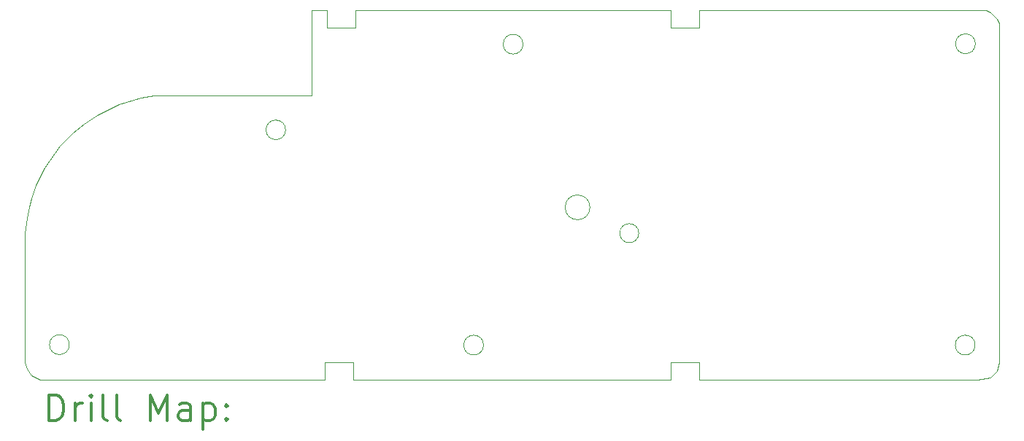
<source format=gbr>
%FSLAX45Y45*%
G04 Gerber Fmt 4.5, Leading zero omitted, Abs format (unit mm)*
G04 Created by KiCad (PCBNEW (5.1.10)-1) date 2021-06-16 14:50:18*
%MOMM*%
%LPD*%
G01*
G04 APERTURE LIST*
%TA.AperFunction,Profile*%
%ADD10C,0.100000*%
%TD*%
%ADD11C,0.200000*%
%ADD12C,0.300000*%
G04 APERTURE END LIST*
D10*
X12268200Y-11506200D02*
X12268200Y-11303000D01*
X16611600Y-11303000D02*
X16611600Y-11506200D01*
X16281400Y-11506200D02*
X16281400Y-11303000D01*
X12293600Y-7416800D02*
X12623800Y-7416800D01*
X16281400Y-7213600D02*
X16281400Y-7264400D01*
X16230600Y-7213600D02*
X16281400Y-7213600D01*
X16281400Y-7391400D02*
X16281400Y-7416800D01*
X16306800Y-7416800D02*
X16281400Y-7416800D01*
X16611600Y-7416800D02*
X16586200Y-7416800D01*
X16611600Y-7391400D02*
X16611600Y-7416800D01*
X16611600Y-7213600D02*
X16662400Y-7213600D01*
X16611600Y-7264400D02*
X16611600Y-7213600D01*
X12623800Y-7213600D02*
X12674600Y-7213600D01*
X12623800Y-7416800D02*
X12623800Y-7213600D01*
X12293600Y-7213600D02*
X12293600Y-7416800D01*
X12115800Y-7213600D02*
X12293600Y-7213600D01*
X12115800Y-7264400D02*
X12115800Y-7213600D01*
X9880600Y-8305800D02*
X10134600Y-8229600D01*
X9626600Y-8432800D02*
X9880600Y-8305800D01*
X10134600Y-8229600D02*
X10287000Y-8204200D01*
X9474200Y-8534400D02*
X9626600Y-8432800D01*
X9347200Y-8636000D02*
X9474200Y-8534400D01*
X9271000Y-8712200D02*
X9347200Y-8636000D01*
X9194800Y-8788400D02*
X9271000Y-8712200D01*
X9017000Y-9042400D02*
X9194800Y-8788400D01*
X8966200Y-9144000D02*
X9017000Y-9042400D01*
X8915400Y-9245600D02*
X8966200Y-9144000D01*
X8864600Y-9398000D02*
X8915400Y-9245600D01*
X8839200Y-9499600D02*
X8864600Y-9398000D01*
X8813800Y-9626600D02*
X8839200Y-9499600D01*
X8788400Y-9804400D02*
X8813800Y-9626600D01*
X8788400Y-10337800D02*
X8788400Y-9804400D01*
X12598400Y-11303000D02*
X12598400Y-11506200D01*
X16281400Y-11303000D02*
X16611600Y-11303000D01*
X16662400Y-7213600D02*
X19939000Y-7213600D01*
X16611600Y-7391400D02*
X16611600Y-7264400D01*
X16306800Y-7416800D02*
X16586200Y-7416800D01*
X16281400Y-7264400D02*
X16281400Y-7391400D01*
X12674600Y-7213600D02*
X16230600Y-7213600D01*
X12115800Y-8204200D02*
X12115800Y-7264400D01*
X8864600Y-11455400D02*
X8966200Y-11506200D01*
X8813800Y-11379200D02*
X8864600Y-11455400D01*
X8788400Y-11303000D02*
X8813800Y-11379200D01*
X20066000Y-7315200D02*
X20091400Y-7366000D01*
X19989800Y-7239000D02*
X20066000Y-7315200D01*
X19939000Y-7213600D02*
X19989800Y-7239000D01*
X20066000Y-11404600D02*
X20091400Y-11303000D01*
X19989800Y-11480800D02*
X20066000Y-11404600D01*
X19837400Y-11506200D02*
X19989800Y-11480800D01*
X16611600Y-11506200D02*
X19837400Y-11506200D01*
X12598400Y-11506200D02*
X16281400Y-11506200D01*
X12268200Y-11303000D02*
X12598400Y-11303000D01*
X8966200Y-11506200D02*
X12268200Y-11506200D01*
X14110000Y-11100000D02*
G75*
G03*
X14110000Y-11100000I-115000J0D01*
G01*
X19812000Y-11099800D02*
G75*
G03*
X19812000Y-11099800I-115000J0D01*
G01*
X19815000Y-7600000D02*
G75*
G03*
X19815000Y-7600000I-115000J0D01*
G01*
X9305000Y-11095000D02*
G75*
G03*
X9305000Y-11095000I-115000J0D01*
G01*
X15910000Y-9800000D02*
G75*
G03*
X15910000Y-9800000I-110000J0D01*
G01*
X15343684Y-9500000D02*
G75*
G03*
X15343684Y-9500000I-143684J0D01*
G01*
X14567600Y-7605000D02*
G75*
G03*
X14567600Y-7605000I-115000J0D01*
G01*
X11813592Y-8600000D02*
G75*
G03*
X11813592Y-8600000I-113592J0D01*
G01*
X10287000Y-8204200D02*
X12115800Y-8204200D01*
X8788400Y-11303000D02*
X8788400Y-10337800D01*
X20091400Y-7366000D02*
X20091400Y-11303000D01*
D11*
D12*
X9069828Y-11976914D02*
X9069828Y-11676914D01*
X9141257Y-11676914D01*
X9184114Y-11691200D01*
X9212686Y-11719771D01*
X9226971Y-11748343D01*
X9241257Y-11805486D01*
X9241257Y-11848343D01*
X9226971Y-11905486D01*
X9212686Y-11934057D01*
X9184114Y-11962629D01*
X9141257Y-11976914D01*
X9069828Y-11976914D01*
X9369828Y-11976914D02*
X9369828Y-11776914D01*
X9369828Y-11834057D02*
X9384114Y-11805486D01*
X9398400Y-11791200D01*
X9426971Y-11776914D01*
X9455543Y-11776914D01*
X9555543Y-11976914D02*
X9555543Y-11776914D01*
X9555543Y-11676914D02*
X9541257Y-11691200D01*
X9555543Y-11705486D01*
X9569828Y-11691200D01*
X9555543Y-11676914D01*
X9555543Y-11705486D01*
X9741257Y-11976914D02*
X9712686Y-11962629D01*
X9698400Y-11934057D01*
X9698400Y-11676914D01*
X9898400Y-11976914D02*
X9869828Y-11962629D01*
X9855543Y-11934057D01*
X9855543Y-11676914D01*
X10241257Y-11976914D02*
X10241257Y-11676914D01*
X10341257Y-11891200D01*
X10441257Y-11676914D01*
X10441257Y-11976914D01*
X10712686Y-11976914D02*
X10712686Y-11819771D01*
X10698400Y-11791200D01*
X10669828Y-11776914D01*
X10612686Y-11776914D01*
X10584114Y-11791200D01*
X10712686Y-11962629D02*
X10684114Y-11976914D01*
X10612686Y-11976914D01*
X10584114Y-11962629D01*
X10569828Y-11934057D01*
X10569828Y-11905486D01*
X10584114Y-11876914D01*
X10612686Y-11862629D01*
X10684114Y-11862629D01*
X10712686Y-11848343D01*
X10855543Y-11776914D02*
X10855543Y-12076914D01*
X10855543Y-11791200D02*
X10884114Y-11776914D01*
X10941257Y-11776914D01*
X10969828Y-11791200D01*
X10984114Y-11805486D01*
X10998400Y-11834057D01*
X10998400Y-11919771D01*
X10984114Y-11948343D01*
X10969828Y-11962629D01*
X10941257Y-11976914D01*
X10884114Y-11976914D01*
X10855543Y-11962629D01*
X11126971Y-11948343D02*
X11141257Y-11962629D01*
X11126971Y-11976914D01*
X11112686Y-11962629D01*
X11126971Y-11948343D01*
X11126971Y-11976914D01*
X11126971Y-11791200D02*
X11141257Y-11805486D01*
X11126971Y-11819771D01*
X11112686Y-11805486D01*
X11126971Y-11791200D01*
X11126971Y-11819771D01*
M02*

</source>
